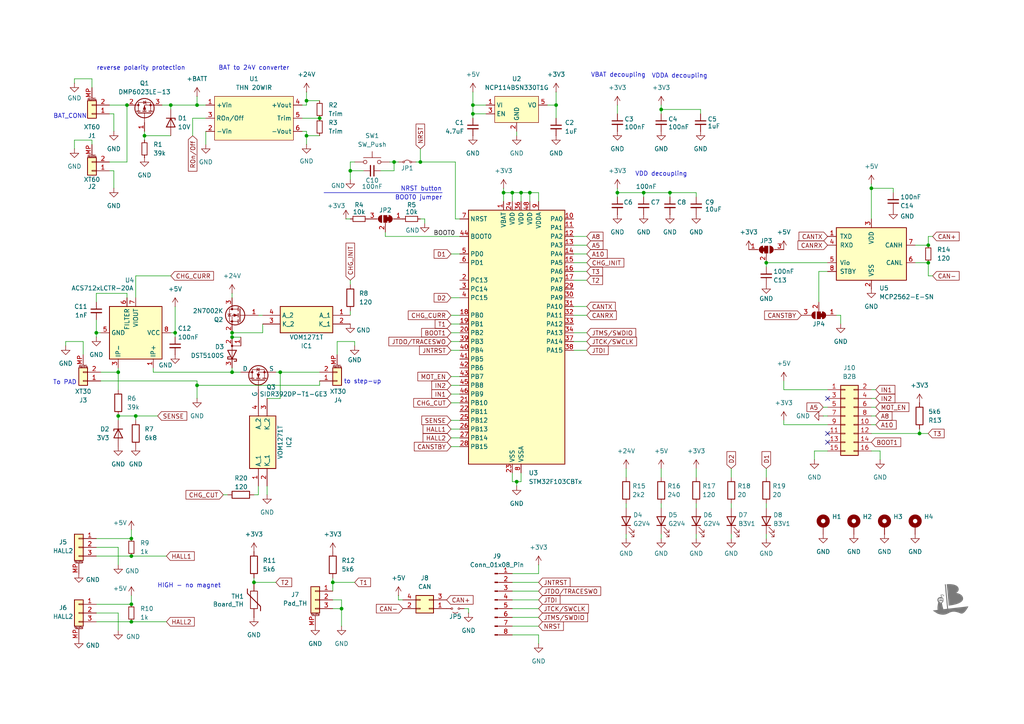
<source format=kicad_sch>
(kicad_sch (version 20231120) (generator "eeschema") (generator_version "8.0")
  (paper "A4")
  (title_block (title "Charging controller for FIRO 2.1 rover - main board") (date "2024-08-09") (rev "A") (comment 1 "pwm.urbanski@gmail.com") (comment 2 "Drawn by: Paul Urbanski"))
  (junction (at 101.6 49.53))
  (junction (at 57.15 30.48))
  (junction (at 88.9 29.21))
  (junction (at 92.71 34.29))
  (junction (at 186.69 55.88))
  (junction (at 39.37 120.65))
  (junction (at 266.7 125.73))
  (junction (at 121.92 46.99))
  (junction (at 194.31 55.88))
  (junction (at 269.24 76.2))
  (junction (at 96.52 168.91))
  (junction (at 49.53 30.48))
  (junction (at 161.29 30.48))
  (junction (at 57.15 111.76))
  (junction (at 38.1 175.26))
  (junction (at 148.59 55.88))
  (junction (at 137.16 33.02))
  (junction (at 137.16 30.48))
  (junction (at 191.77 31.75))
  (junction (at 34.29 107.95))
  (junction (at 222.25 76.2))
  (junction (at 36.83 30.48))
  (junction (at 114.3 46.99))
  (junction (at 149.86 139.7))
  (junction (at 151.13 55.88))
  (junction (at 41.91 39.37))
  (junction (at 153.67 55.88))
  (junction (at 67.31 97.79))
  (junction (at 88.9 39.37))
  (junction (at 269.24 71.12))
  (junction (at 38.1 156.21))
  (junction (at 81.28 107.95))
  (junction (at 99.06 176.53))
  (junction (at 252.73 54.61))
  (junction (at 179.07 55.88))
  (junction (at 73.66 168.91))
  (junction (at 38.1 161.29))
  (junction (at 67.31 107.95))
  (junction (at 27.94 96.52))
  (junction (at 67.31 96.52))
  (junction (at 38.1 180.34))
  (junction (at 34.29 120.65))
  (junction (at 146.05 55.88))
  (junction (at 50.8 96.52))
  (no_connect (at 240.03 115.57))
  (no_connect (at 240.03 125.73))
  (no_connect (at 240.03 128.27))
  (wire (pts (xy 21.59 40.64) (xy 21.59 43.18)))
  (polyline (pts (xy 93.98 55.88) (xy 128.27 55.88)))
  (wire (pts (xy 36.83 46.99) (xy 36.83 30.48)))
  (wire (pts (xy 148.59 179.07) (xy 156.21 179.07)))
  (wire (pts (xy 38.1 161.29) (xy 48.26 161.29)))
  (wire (pts (xy 156.21 166.37) (xy 156.21 163.83)))
  (wire (pts (xy 88.9 29.21) (xy 92.71 29.21)))
  (wire (pts (xy 27.94 158.75) (xy 34.29 158.75)))
  (wire (pts (xy 222.25 135.89) (xy 222.25 138.43)))
  (wire (pts (xy 29.21 96.52) (xy 27.94 96.52)))
  (wire (pts (xy 242.57 91.44) (xy 243.84 91.44)))
  (wire (pts (xy 59.69 41.91) (xy 59.69 38.1)))
  (wire (pts (xy 50.8 97.79) (xy 50.8 96.52)))
  (wire (pts (xy 44.45 107.95) (xy 67.31 107.95)))
  (wire (pts (xy 27.94 177.8) (xy 34.29 177.8)))
  (wire (pts (xy 50.8 88.9) (xy 50.8 96.52)))
  (wire (pts (xy 191.77 135.89) (xy 191.77 138.43)))
  (wire (pts (xy 254 118.11) (xy 252.73 118.11)))
  (wire (pts (xy 158.75 30.48) (xy 161.29 30.48)))
  (wire (pts (xy 151.13 55.88) (xy 148.59 55.88)))
  (wire (pts (xy 146.05 58.42) (xy 146.05 55.88)))
  (wire (pts (xy 111.76 68.58) (xy 133.35 68.58)))
  (wire (pts (xy 130.81 101.6) (xy 133.35 101.6)))
  (wire (pts (xy 149.86 139.7) (xy 149.86 140.97)))
  (wire (pts (xy 76.2 93.98) (xy 76.2 96.52)))
  (wire (pts (xy 148.59 181.61) (xy 156.21 181.61)))
  (wire (pts (xy 166.37 101.6) (xy 170.18 101.6)))
  (wire (pts (xy 252.73 125.73) (xy 266.7 125.73)))
  (wire (pts (xy 77.47 140.97) (xy 77.47 143.51)))
  (wire (pts (xy 74.93 140.97) (xy 74.93 143.51)))
  (wire (pts (xy 148.59 137.16) (xy 148.59 139.7)))
  (wire (pts (xy 259.08 54.61) (xy 252.73 54.61)))
  (wire (pts (xy 39.37 80.01) (xy 39.37 86.36)))
  (wire (pts (xy 38.1 153.67) (xy 38.1 156.21)))
  (wire (pts (xy 170.18 78.74) (xy 166.37 78.74)))
  (wire (pts (xy 137.16 26.67) (xy 137.16 30.48)))
  (wire (pts (xy 222.25 146.05) (xy 222.25 147.32)))
  (wire (pts (xy 130.81 73.66) (xy 133.35 73.66)))
  (wire (pts (xy 179.07 55.88) (xy 179.07 57.15)))
  (wire (pts (xy 77.47 115.57) (xy 81.28 115.57)))
  (wire (pts (xy 73.66 143.51) (xy 74.93 143.51)))
  (wire (pts (xy 148.59 139.7) (xy 149.86 139.7)))
  (wire (pts (xy 81.28 115.57) (xy 81.28 107.95)))
  (wire (pts (xy 49.53 80.01) (xy 39.37 80.01)))
  (wire (pts (xy 34.29 158.75) (xy 34.29 163.83)))
  (wire (pts (xy 254 115.57) (xy 252.73 115.57)))
  (wire (pts (xy 153.67 55.88) (xy 153.67 58.42)))
  (wire (pts (xy 269.24 80.01) (xy 269.24 76.2)))
  (wire (pts (xy 87.63 34.29) (xy 92.71 34.29)))
  (wire (pts (xy 148.59 166.37) (xy 156.21 166.37)))
  (wire (pts (xy 161.29 26.67) (xy 161.29 30.48)))
  (wire (pts (xy 31.75 30.48) (xy 36.83 30.48)))
  (wire (pts (xy 111.76 67.31) (xy 111.76 68.58)))
  (wire (pts (xy 137.16 30.48) (xy 140.97 30.48)))
  (wire (pts (xy 156.21 55.88) (xy 153.67 55.88)))
  (wire (pts (xy 31.75 33.02) (xy 33.02 33.02)))
  (wire (pts (xy 153.67 55.88) (xy 151.13 55.88)))
  (wire (pts (xy 254 120.65) (xy 252.73 120.65)))
  (wire (pts (xy 49.53 31.75) (xy 49.53 30.48)))
  (wire (pts (xy 130.81 109.22) (xy 133.35 109.22)))
  (wire (pts (xy 191.77 31.75) (xy 203.2 31.75)))
  (wire (pts (xy 101.6 46.99) (xy 101.6 49.53)))
  (wire (pts (xy 181.61 154.94) (xy 181.61 156.21)))
  (wire (pts (xy 130.81 111.76) (xy 133.35 111.76)))
  (wire (pts (xy 140.97 33.02) (xy 137.16 33.02)))
  (wire (pts (xy 97.79 99.06) (xy 97.79 102.87)))
  (wire (pts (xy 33.02 54.61) (xy 33.02 49.53)))
  (wire (pts (xy 170.18 68.58) (xy 166.37 68.58)))
  (wire (pts (xy 130.81 96.52) (xy 133.35 96.52)))
  (wire (pts (xy 130.81 127) (xy 133.35 127)))
  (wire (pts (xy 88.9 29.21) (xy 88.9 30.48)))
  (wire (pts (xy 39.37 120.65) (xy 39.37 121.92)))
  (wire (pts (xy 27.94 85.09) (xy 36.83 85.09)))
  (wire (pts (xy 181.61 135.89) (xy 181.61 138.43)))
  (wire (pts (xy 130.81 86.36) (xy 133.35 86.36)))
  (wire (pts (xy 237.49 78.74) (xy 237.49 87.63)))
  (wire (pts (xy 64.77 143.51) (xy 66.04 143.51)))
  (wire (pts (xy 252.73 54.61) (xy 252.73 63.5)))
  (wire (pts (xy 114.3 49.53) (xy 110.49 49.53)))
  (wire (pts (xy 227.33 110.49) (xy 227.33 113.03)))
  (wire (pts (xy 151.13 55.88) (xy 151.13 58.42)))
  (wire (pts (xy 194.31 57.15) (xy 194.31 55.88)))
  (wire (pts (xy 26.67 40.64) (xy 26.67 41.91)))
  (wire (pts (xy 31.75 46.99) (xy 36.83 46.99)))
  (wire (pts (xy 130.81 114.3) (xy 133.35 114.3)))
  (wire (pts (xy 265.43 71.12) (xy 269.24 71.12)))
  (wire (pts (xy 238.76 118.11) (xy 240.03 118.11)))
  (wire (pts (xy 59.69 34.29) (xy 55.88 34.29)))
  (wire (pts (xy 227.33 123.19) (xy 240.03 123.19)))
  (wire (pts (xy 38.1 172.72) (xy 38.1 175.26)))
  (wire (pts (xy 96.52 173.99) (xy 99.06 173.99)))
  (wire (pts (xy 44.45 107.95) (xy 44.45 106.68)))
  (wire (pts (xy 99.06 176.53) (xy 99.06 181.61)))
  (wire (pts (xy 146.05 54.61) (xy 146.05 55.88)))
  (wire (pts (xy 99.06 173.99) (xy 99.06 176.53)))
  (wire (pts (xy 115.57 173.99) (xy 116.84 173.99)))
  (wire (pts (xy 38.1 180.34) (xy 48.26 180.34)))
  (wire (pts (xy 21.59 22.86) (xy 26.67 22.86)))
  (wire (pts (xy 201.93 154.94) (xy 201.93 156.21)))
  (wire (pts (xy 254 123.19) (xy 252.73 123.19)))
  (wire (pts (xy 227.33 121.92) (xy 227.33 123.19)))
  (wire (pts (xy 148.59 168.91) (xy 156.21 168.91)))
  (wire (pts (xy 137.16 33.02) (xy 137.16 34.29)))
  (wire (pts (xy 266.7 125.73) (xy 269.24 125.73)))
  (wire (pts (xy 170.18 99.06) (xy 166.37 99.06)))
  (wire (pts (xy 88.9 39.37) (xy 88.9 38.1)))
  (wire (pts (xy 57.15 30.48) (xy 59.69 30.48)))
  (wire (pts (xy 21.59 22.86) (xy 21.59 24.13)))
  (wire (pts (xy 34.29 106.68) (xy 34.29 107.95)))
  (wire (pts (xy 26.67 22.86) (xy 26.67 25.4)))
  (wire (pts (xy 101.6 49.53) (xy 101.6 52.07)))
  (wire (pts (xy 19.05 99.06) (xy 19.05 100.33)))
  (wire (pts (xy 132.08 46.99) (xy 132.08 63.5)))
  (wire (pts (xy 269.24 80.01) (xy 270.51 80.01)))
  (wire (pts (xy 170.18 76.2) (xy 166.37 76.2)))
  (wire (pts (xy 27.94 96.52) (xy 27.94 97.79)))
  (wire (pts (xy 135.89 176.53) (xy 135.89 177.8)))
  (wire (pts (xy 80.01 107.95) (xy 81.28 107.95)))
  (wire (pts (xy 266.7 124.46) (xy 266.7 125.73)))
  (wire (pts (xy 96.52 167.64) (xy 96.52 168.91)))
  (wire (pts (xy 252.73 53.34) (xy 252.73 54.61)))
  (wire (pts (xy 148.59 176.53) (xy 156.21 176.53)))
  (wire (pts (xy 265.43 76.2) (xy 269.24 76.2)))
  (wire (pts (xy 88.9 29.21) (xy 88.9 26.67)))
  (wire (pts (xy 134.62 176.53) (xy 135.89 176.53)))
  (wire (pts (xy 201.93 146.05) (xy 201.93 147.32)))
  (wire (pts (xy 137.16 33.02) (xy 137.16 30.48)))
  (wire (pts (xy 212.09 154.94) (xy 212.09 156.21)))
  (wire (pts (xy 114.3 46.99) (xy 115.57 46.99)))
  (wire (pts (xy 130.81 99.06) (xy 133.35 99.06)))
  (wire (pts (xy 38.1 175.26) (xy 27.94 175.26)))
  (wire (pts (xy 39.37 120.65) (xy 45.72 120.65)))
  (wire (pts (xy 73.66 168.91) (xy 80.01 168.91)))
  (wire (pts (xy 132.08 46.99) (xy 121.92 46.99)))
  (wire (pts (xy 222.25 154.94) (xy 222.25 156.21)))
  (wire (pts (xy 24.13 99.06) (xy 24.13 102.87)))
  (wire (pts (xy 161.29 30.48) (xy 161.29 34.29)))
  (wire (pts (xy 96.52 168.91) (xy 96.52 171.45)))
  (wire (pts (xy 49.53 30.48) (xy 57.15 30.48)))
  (wire (pts (xy 170.18 71.12) (xy 166.37 71.12)))
  (wire (pts (xy 101.6 90.17) (xy 101.6 91.44)))
  (wire (pts (xy 130.81 91.44) (xy 133.35 91.44)))
  (wire (pts (xy 41.91 38.1) (xy 41.91 39.37)))
  (wire (pts (xy 130.81 116.84) (xy 133.35 116.84)))
  (wire (pts (xy 212.09 146.05) (xy 212.09 147.32)))
  (wire (pts (xy 88.9 41.91) (xy 88.9 39.37)))
  (wire (pts (xy 49.53 96.52) (xy 50.8 96.52)))
  (wire (pts (xy 97.79 99.06) (xy 102.87 99.06)))
  (wire (pts (xy 201.93 57.15) (xy 201.93 55.88)))
  (wire (pts (xy 29.21 110.49) (xy 57.15 110.49)))
  (wire (pts (xy 96.52 168.91) (xy 102.87 168.91)))
  (wire (pts (xy 181.61 146.05) (xy 181.61 147.32)))
  (wire (pts (xy 269.24 68.58) (xy 270.51 68.58)))
  (wire (pts (xy 151.13 139.7) (xy 149.86 139.7)))
  (wire (pts (xy 222.25 76.2) (xy 240.03 76.2)))
  (wire (pts (xy 76.2 96.52) (xy 67.31 96.52)))
  (wire (pts (xy 212.09 135.89) (xy 212.09 138.43)))
  (wire (pts (xy 81.28 107.95) (xy 92.71 107.95)))
  (wire (pts (xy 179.07 55.88) (xy 186.69 55.88)))
  (wire (pts (xy 148.59 55.88) (xy 148.59 58.42)))
  (wire (pts (xy 255.27 130.81) (xy 252.73 130.81)))
  (wire (pts (xy 148.59 184.15) (xy 156.21 184.15)))
  (wire (pts (xy 130.81 129.54) (xy 133.35 129.54)))
  (wire (pts (xy 88.9 30.48) (xy 87.63 30.48)))
  (wire (pts (xy 151.13 137.16) (xy 151.13 139.7)))
  (wire (pts (xy 269.24 68.58) (xy 269.24 71.12)))
  (wire (pts (xy 201.93 135.89) (xy 201.93 138.43)))
  (wire (pts (xy 259.08 54.61) (xy 259.08 55.88)))
  (wire (pts (xy 114.3 49.53) (xy 114.3 46.99)))
  (wire (pts (xy 191.77 154.94) (xy 191.77 156.21)))
  (wire (pts (xy 170.18 96.52) (xy 166.37 96.52)))
  (wire (pts (xy 191.77 146.05) (xy 191.77 147.32)))
  (wire (pts (xy 96.52 176.53) (xy 99.06 176.53)))
  (wire (pts (xy 100.33 63.5) (xy 101.6 63.5)))
  (wire (pts (xy 236.22 133.35) (xy 236.22 130.81)))
  (wire (pts (xy 74.93 91.44) (xy 76.2 91.44)))
  (wire (pts (xy 55.88 34.29) (xy 55.88 39.37)))
  (wire (pts (xy 156.21 58.42) (xy 156.21 55.88)))
  (wire (pts (xy 240.03 78.74) (xy 237.49 78.74)))
  (wire (pts (xy 26.67 40.64) (xy 21.59 40.64)))
  (wire (pts (xy 34.29 107.95) (xy 34.29 113.03)))
  (wire (pts (xy 238.76 120.65) (xy 240.03 120.65)))
  (wire (pts (xy 227.33 113.03) (xy 240.03 113.03)))
  (wire (pts (xy 236.22 130.81) (xy 240.03 130.81)))
  (wire (pts (xy 120.65 46.99) (xy 121.92 46.99)))
  (wire (pts (xy 34.29 120.65) (xy 39.37 120.65)))
  (wire (pts (xy 101.6 49.53) (xy 105.41 49.53)))
  (wire (pts (xy 186.69 55.88) (xy 186.69 57.15)))
  (wire (pts (xy 41.91 39.37) (xy 49.53 39.37)))
  (wire (pts (xy 170.18 91.44) (xy 166.37 91.44)))
  (wire (pts (xy 123.19 63.5) (xy 121.92 63.5)))
  (wire (pts (xy 156.21 184.15) (xy 156.21 186.69)))
  (wire (pts (xy 203.2 33.02) (xy 203.2 31.75)))
  (wire (pts (xy 73.66 167.64) (xy 73.66 168.91)))
  (wire (pts (xy 170.18 88.9) (xy 166.37 88.9)))
  (wire (pts (xy 148.59 173.99) (xy 156.21 173.99)))
  (wire (pts (xy 115.57 172.72) (xy 115.57 173.99)))
  (wire (pts (xy 186.69 55.88) (xy 194.31 55.88)))
  (wire (pts (xy 222.25 77.47) (xy 222.25 76.2)))
  (wire (pts (xy 46.99 30.48) (xy 49.53 30.48)))
  (wire (pts (xy 170.18 81.28) (xy 166.37 81.28)))
  (wire (pts (xy 27.94 180.34) (xy 38.1 180.34)))
  (wire (pts (xy 191.77 30.48) (xy 191.77 31.75)))
  (wire (pts (xy 19.05 99.06) (xy 24.13 99.06)))
  (wire (pts (xy 57.15 111.76) (xy 57.15 110.49)))
  (wire (pts (xy 57.15 111.76) (xy 92.71 111.76)))
  (wire (pts (xy 31.75 49.53) (xy 33.02 49.53)))
  (wire (pts (xy 130.81 121.92) (xy 133.35 121.92)))
  (wire (pts (xy 148.59 171.45) (xy 156.21 171.45)))
  (wire (pts (xy 27.94 161.29) (xy 38.1 161.29)))
  (wire (pts (xy 254 113.03) (xy 252.73 113.03)))
  (wire (pts (xy 57.15 111.76) (xy 57.15 115.57)))
  (wire (pts (xy 67.31 85.09) (xy 67.31 86.36)))
  (wire (pts (xy 102.87 99.06) (xy 102.87 100.33)))
  (wire (pts (xy 34.29 121.92) (xy 34.29 120.65)))
  (wire (pts (xy 130.81 93.98) (xy 133.35 93.98)))
  (wire (pts (xy 34.29 177.8) (xy 34.29 182.88)))
  (wire (pts (xy 92.71 111.76) (xy 92.71 110.49)))
  (wire (pts (xy 243.84 91.44) (xy 243.84 93.98)))
  (wire (pts (xy 170.18 73.66) (xy 166.37 73.66)))
  (wire (pts (xy 57.15 27.94) (xy 57.15 30.48)))
  (wire (pts (xy 201.93 55.88) (xy 194.31 55.88)))
  (wire (pts (xy 149.86 38.1) (xy 149.86 39.37)))
  (wire (pts (xy 123.19 63.5) (xy 123.19 64.77)))
  (wire (pts (xy 27.94 92.71) (xy 27.94 96.52)))
  (wire (pts (xy 29.21 107.95) (xy 34.29 107.95)))
  (wire (pts (xy 113.03 46.99) (xy 114.3 46.99)))
  (wire (pts (xy 67.31 106.68) (xy 67.31 107.95)))
  (wire (pts (xy 27.94 87.63) (xy 27.94 85.09)))
  (wire (pts (xy 88.9 38.1) (xy 87.63 38.1)))
  (wire (pts (xy 67.31 96.52) (xy 67.31 97.79)))
  (wire (pts (xy 67.31 97.79) (xy 69.85 97.79)))
  (wire (pts (xy 88.9 39.37) (xy 92.71 39.37)))
  (wire (pts (xy 130.81 124.46) (xy 133.35 124.46)))
  (wire (pts (xy 255.27 133.35) (xy 255.27 130.81)))
  (wire (pts (xy 101.6 81.28) (xy 101.6 82.55)))
  (wire (pts (xy 179.07 30.48) (xy 179.07 33.02)))
  (wire (pts (xy 179.07 54.61) (xy 179.07 55.88)))
  (wire (pts (xy 41.91 39.37) (xy 41.91 40.64)))
  (wire (pts (xy 36.83 85.09) (xy 36.83 86.36)))
  (wire (pts (xy 102.87 46.99) (xy 101.6 46.99)))
  (wire (pts (xy 38.1 156.21) (xy 27.94 156.21)))
  (wire (pts (xy 121.92 43.18) (xy 121.92 46.99)))
  (wire (pts (xy 146.05 55.88) (xy 148.59 55.88)))
  (wire (pts (xy 33.02 33.02) (xy 33.02 38.1)))
  (wire (pts (xy 191.77 31.75) (xy 191.77 33.02)))
  (wire (pts (xy 132.08 63.5) (xy 133.35 63.5)))
  (wire (pts (xy 67.31 107.95) (xy 69.85 107.95)))
  (image (at 275.59 173.99) (scale 0.102185))
  (text "BAT to 24V converter" (at 73.66 19.812 0) (effects (font (size 1.27 1.27))))
  (text "VDD decoupling\n" (at 191.77 50.546 0) (effects (font (size 1.27 1.27))))
  (text "BOOT0 jumper" (at 121.412 57.404 0) (effects (font (size 1.27 1.27))))
  (text "HIGH - no magnet\n" (at 54.864 169.926 0) (effects (font (size 1.27 1.27))))
  (text "VDDA decoupling" (at 197.104 22.098 0) (effects (font (size 1.27 1.27))))
  (text "VBAT decoupling" (at 179.324 21.844 0) (effects (font (size 1.27 1.27))))
  (text "To PAD\n" (at 18.796 110.998 0) (effects (font (size 1.27 1.27))))
  (text "reverse polarity protection\n" (at 40.894 19.812 0) (effects (font (size 1.27 1.27))))
  (text "NRST button" (at 122.174 54.864 0) (effects (font (size 1.27 1.27))))
  (text "BAT_CONN" (at 20.32 33.782 0) (effects (font (size 1.27 1.27))))
  (text "to step-up" (at 105.156 110.744 0) (effects (font (size 1.27 1.27))))
  (label "BOOT0" (at 125.73 68.58 0))
  (global_label "CHG_CUT" (shape input) (at 64.77 143.51 180) (property "Intersheetrefs" "${INTERSHEET_REFS}" (effects (hide yes))))
  (global_label "CANRX" (shape input) (at 170.18 91.44 0) (property "Intersheetrefs" "${INTERSHEET_REFS}" (effects (hide yes))))
  (global_label "JTMS{slash}SWDIO" (shape input) (at 156.21 179.07 0) (property "Intersheetrefs" "${INTERSHEET_REFS}" (effects (hide yes))))
  (global_label "CANSTBY" (shape input) (at 130.81 129.54 180) (property "Intersheetrefs" "${INTERSHEET_REFS}" (effects (hide yes))))
  (global_label "CAN-" (shape input) (at 270.51 80.01 0) (property "Intersheetrefs" "${INTERSHEET_REFS}" (effects (hide yes))))
  (global_label "CANTX" (shape input) (at 240.03 68.58 180) (property "Intersheetrefs" "${INTERSHEET_REFS}" (effects (hide yes))))
  (global_label "ROn{slash}Off" (shape input) (at 55.88 39.37 270) (property "Intersheetrefs" "${INTERSHEET_REFS}" (effects (hide yes))))
  (global_label "T3" (shape input) (at 269.24 125.73 0) (property "Intersheetrefs" "${INTERSHEET_REFS}" (effects (hide yes))))
  (global_label "CHG_CURR" (shape input) (at 49.53 80.01 0) (property "Intersheetrefs" "${INTERSHEET_REFS}" (effects (hide yes))))
  (global_label "IN1" (shape input) (at 254 113.03 0) (property "Intersheetrefs" "${INTERSHEET_REFS}" (effects (hide yes))))
  (global_label "A5" (shape input) (at 170.18 71.12 0) (property "Intersheetrefs" "${INTERSHEET_REFS}" (effects (hide yes))))
  (global_label "A5" (shape input) (at 238.76 118.11 180) (property "Intersheetrefs" "${INTERSHEET_REFS}" (effects (hide yes))))
  (global_label "A10" (shape input) (at 254 123.19 0) (property "Intersheetrefs" "${INTERSHEET_REFS}" (effects (hide yes))))
  (global_label "CHG_INIT" (shape input) (at 101.6 81.28 90) (property "Intersheetrefs" "${INTERSHEET_REFS}" (effects (hide yes))))
  (global_label "A10" (shape input) (at 170.18 73.66 0) (property "Intersheetrefs" "${INTERSHEET_REFS}" (effects (hide yes))))
  (global_label "D2" (shape input) (at 212.09 135.89 90) (property "Intersheetrefs" "${INTERSHEET_REFS}" (effects (hide yes))))
  (global_label "JTDI" (shape input) (at 170.18 101.6 0) (property "Intersheetrefs" "${INTERSHEET_REFS}" (effects (hide yes))))
  (global_label "HALL2" (shape input) (at 130.81 127 180) (property "Intersheetrefs" "${INTERSHEET_REFS}" (effects (hide yes))))
  (global_label "CAN-" (shape input) (at 116.84 176.53 180) (property "Intersheetrefs" "${INTERSHEET_REFS}" (effects (hide yes))))
  (global_label "BOOT1" (shape input) (at 130.81 96.52 180) (property "Intersheetrefs" "${INTERSHEET_REFS}" (effects (hide yes))))
  (global_label "JNTRST" (shape input) (at 130.81 101.6 180) (property "Intersheetrefs" "${INTERSHEET_REFS}" (effects (hide yes))))
  (global_label "CANSTBY" (shape input) (at 232.41 91.44 180) (property "Intersheetrefs" "${INTERSHEET_REFS}" (effects (hide yes))))
  (global_label "CHG_CURR" (shape input) (at 130.81 91.44 180) (property "Intersheetrefs" "${INTERSHEET_REFS}" (effects (hide yes))))
  (global_label "BOOT1" (shape input) (at 252.73 128.27 0) (property "Intersheetrefs" "${INTERSHEET_REFS}" (effects (hide yes))))
  (global_label "IN2" (shape input) (at 254 115.57 0) (property "Intersheetrefs" "${INTERSHEET_REFS}" (effects (hide yes))))
  (global_label "T3" (shape input) (at 170.18 78.74 0) (property "Intersheetrefs" "${INTERSHEET_REFS}" (effects (hide yes))))
  (global_label "A8" (shape input) (at 170.18 68.58 0) (property "Intersheetrefs" "${INTERSHEET_REFS}" (effects (hide yes))))
  (global_label "D1" (shape input) (at 130.81 73.66 180) (property "Intersheetrefs" "${INTERSHEET_REFS}" (effects (hide yes))))
  (global_label "JTCK{slash}SWCLK" (shape input) (at 170.18 99.06 0) (property "Intersheetrefs" "${INTERSHEET_REFS}" (effects (hide yes))))
  (global_label "CANRX" (shape input) (at 240.03 71.12 180) (property "Intersheetrefs" "${INTERSHEET_REFS}" (effects (hide yes))))
  (global_label "HALL1" (shape input) (at 130.81 124.46 180) (property "Intersheetrefs" "${INTERSHEET_REFS}" (effects (hide yes))))
  (global_label "NRST" (shape input) (at 156.21 181.61 0) (property "Intersheetrefs" "${INTERSHEET_REFS}" (effects (hide yes))))
  (global_label "T1" (shape input) (at 130.81 93.98 180) (property "Intersheetrefs" "${INTERSHEET_REFS}" (effects (hide yes))))
  (global_label "JTDO{slash}TRACESWO" (shape input) (at 156.21 171.45 0) (property "Intersheetrefs" "${INTERSHEET_REFS}" (effects (hide yes))))
  (global_label "JTDI" (shape input) (at 156.21 173.99 0) (property "Intersheetrefs" "${INTERSHEET_REFS}" (effects (hide yes))))
  (global_label "T1" (shape input) (at 102.87 168.91 0) (property "Intersheetrefs" "${INTERSHEET_REFS}" (effects (hide yes))))
  (global_label "MOT_EN" (shape input) (at 130.81 109.22 180) (property "Intersheetrefs" "${INTERSHEET_REFS}" (effects (hide yes))))
  (global_label "HALL1" (shape input) (at 48.26 161.29 0) (property "Intersheetrefs" "${INTERSHEET_REFS}" (effects (hide yes))))
  (global_label "CHG_INIT" (shape input) (at 170.18 76.2 0) (property "Intersheetrefs" "${INTERSHEET_REFS}" (effects (hide yes))))
  (global_label "T2" (shape input) (at 80.01 168.91 0) (property "Intersheetrefs" "${INTERSHEET_REFS}" (effects (hide yes))))
  (global_label "HALL2" (shape input) (at 48.26 180.34 0) (property "Intersheetrefs" "${INTERSHEET_REFS}" (effects (hide yes))))
  (global_label "JTDO{slash}TRACESWO" (shape input) (at 130.81 99.06 180) (property "Intersheetrefs" "${INTERSHEET_REFS}" (effects (hide yes))))
  (global_label "JTCK{slash}SWCLK" (shape input) (at 156.21 176.53 0) (property "Intersheetrefs" "${INTERSHEET_REFS}" (effects (hide yes))))
  (global_label "CAN+" (shape input) (at 270.51 68.58 0) (property "Intersheetrefs" "${INTERSHEET_REFS}" (effects (hide yes))))
  (global_label "MOT_EN" (shape input) (at 254 118.11 0) (property "Intersheetrefs" "${INTERSHEET_REFS}" (effects (hide yes))))
  (global_label "IN2" (shape input) (at 130.81 111.76 180) (property "Intersheetrefs" "${INTERSHEET_REFS}" (effects (hide yes))))
  (global_label "T2" (shape input) (at 170.18 81.28 0) (property "Intersheetrefs" "${INTERSHEET_REFS}" (effects (hide yes))))
  (global_label "CANTX" (shape input) (at 170.18 88.9 0) (property "Intersheetrefs" "${INTERSHEET_REFS}" (effects (hide yes))))
  (global_label "D2" (shape input) (at 130.81 86.36 180) (property "Intersheetrefs" "${INTERSHEET_REFS}" (effects (hide yes))))
  (global_label "JTMS{slash}SWDIO" (shape input) (at 170.18 96.52 0) (property "Intersheetrefs" "${INTERSHEET_REFS}" (effects (hide yes))))
  (global_label "CAN+" (shape input) (at 129.54 173.99 0) (property "Intersheetrefs" "${INTERSHEET_REFS}" (effects (hide yes))))
  (global_label "CHG_CUT" (shape input) (at 130.81 116.84 180) (property "Intersheetrefs" "${INTERSHEET_REFS}" (effects (hide yes))))
  (global_label "IN1" (shape input) (at 130.81 114.3 180) (property "Intersheetrefs" "${INTERSHEET_REFS}" (effects (hide yes))))
  (global_label "JNTRST" (shape input) (at 156.21 168.91 0) (property "Intersheetrefs" "${INTERSHEET_REFS}" (effects (hide yes))))
  (global_label "SENSE" (shape input) (at 45.72 120.65 0) (property "Intersheetrefs" "${INTERSHEET_REFS}" (effects (hide yes))))
  (global_label "A8" (shape input) (at 254 120.65 0) (property "Intersheetrefs" "${INTERSHEET_REFS}" (effects (hide yes))))
  (global_label "D1" (shape input) (at 222.25 135.89 90) (property "Intersheetrefs" "${INTERSHEET_REFS}" (effects (hide yes))))
  (global_label "SENSE" (shape input) (at 130.81 121.92 180) (property "Intersheetrefs" "${INTERSHEET_REFS}" (effects (hide yes))))
  (global_label "NRST" (shape input) (at 121.92 43.18 90) (property "Intersheetrefs" "${INTERSHEET_REFS}" (effects (hide yes))))
  (symbol (lib_id "Connector:Conn_01x08_Pin") (at 143.51 173.99 0) (unit 1)
    (property "Reference" "J9" (at 144.145 161.29 0))
    (property "Value" "Conn_01x08_Pin" (at 144.145 163.83 0))
    (property "Footprint" "Connector_PinHeader_2.54mm:PinHeader_2x04_P2.54mm_Vertical" (effects (hide yes)))
    (property "Description" "Generic connector, single row, 01x08, script generated" (effects (hide yes)))
  )
  (symbol (lib_id "Device:LED") (at 181.61 151.13 90) (unit 1)
    (property "Reference" "D4" (at 183.642 149.352 90) (effects (justify right)))
    (property "Value" "G2V4" (at 183.642 151.892 90) (effects (justify right)))
    (property "Footprint" "LED_SMD:LED_0805_2012Metric" (effects (hide yes)))
    (property "Description" "Light emitting diode" (effects (hide yes)))
  )
  (symbol (lib_id "Device:R_Small") (at 119.38 63.5 270) (unit 1)
    (property "Reference" "R5" (at 119.38 59.436 90))
    (property "Value" "10k" (at 119.38 61.468 90))
    (property "Footprint" "Resistor_SMD:R_0402_1005Metric" (effects (hide yes)))
    (property "Description" "Resistor, small symbol" (effects (hide yes)))
  )
  (symbol (lib_id "power:GND") (at 101.6 52.07 0) (unit 1)
    (property "Reference" "#PWR030" (effects (hide yes)))
    (property "Value" "GND" (at 98.044 53.848 0))
    (property "Description" "Power symbol creates a global label with name \"GND\" , ground" (effects (hide yes)))
  )
  (symbol (lib_id "power:GND") (at 33.02 54.61 0) (unit 1)
    (property "Reference" "#PWR08" (effects (hide yes)))
    (property "Value" "GND" (at 33.02 59.69 0))
    (property "Description" "Power symbol creates a global label with name \"GND\" , ground" (effects (hide yes)))
  )
  (symbol (lib_id "Device:R_Small") (at 38.1 177.8 0) (unit 1)
    (property "Reference" "R10" (at 40.64 176.5299 0) (effects (justify left)))
    (property "Value" "1k" (at 40.64 179.0699 0) (effects (justify left)))
    (property "Footprint" "Resistor_SMD:R_0402_1005Metric" (effects (hide yes)))
    (property "Description" "Resistor, small symbol" (effects (hide yes)))
  )
  (symbol (lib_id "Mechanical:MountingHole_Pad") (at 238.76 152.4 0) (unit 1) (exclude_from_sim yes) (in_bom no)
    (property "Reference" "H1" (at 241.3 149.8599 0) (effects (justify left)))
    (property "Value" "MountingHole_Pad" (effects (hide yes)))
    (property "Footprint" "MountingHole:MountingHole_3.2mm_M3_Pad_Via" (effects (hide yes)))
    (property "Description" "Mounting Hole with connection" (effects (hide yes)))
  )
  (symbol (lib_id "Jumper:Jumper_2_Small_Open") (at 132.08 176.53 0) (mirror x) (unit 1) (exclude_from_sim yes)
    (property "Reference" "JP5" (at 132.08 178.816 0))
    (property "Value" "Jumper_2_Small_Open" (effects (hide yes)))
    (property "Footprint" "Jumper:SolderJumper-2_P1.3mm_Open_RoundedPad1.0x1.5mm" (effects (hide yes)))
    (property "Description" "Jumper, 2-pole, small symbol, open" (effects (hide yes)))
  )
  (symbol (lib_id "Device:R") (at 222.25 142.24 0) (unit 1)
    (property "Reference" "R19" (at 224.028 140.97 0) (effects (justify left)))
    (property "Value" "20" (at 224.028 143.51 0) (effects (justify left)))
    (property "Footprint" "Resistor_SMD:R_0805_2012Metric" (effects (hide yes)))
    (property "Description" "Resistor" (effects (hide yes)))
  )
  (symbol (lib_id "power:GND") (at 243.84 93.98 0) (unit 1)
    (property "Reference" "#PWR071" (effects (hide yes)))
    (property "Value" "GND" (at 243.84 99.06 0))
    (property "Description" "Power symbol creates a global label with name \"GND\" , ground" (effects (hide yes)))
  )
  (symbol (lib_id "power:GND") (at 27.94 97.79 0) (unit 1)
    (property "Reference" "#PWR06" (effects (hide yes)))
    (property "Value" "GND" (at 27.94 102.87 0))
    (property "Description" "Power symbol creates a global label with name \"GND\" , ground" (effects (hide yes)))
  )
  (symbol (lib_id "Device:C_Small") (at 191.77 35.56 0) (unit 1)
    (property "Reference" "C4" (at 193.802 34.544 0) (effects (justify left)))
    (property "Value" "100nF" (at 193.802 36.83 0) (effects (justify left)))
    (property "Footprint" "Capacitor_SMD:C_0402_1005Metric" (effects (hide yes)))
    (property "Description" "Unpolarized capacitor, small symbol" (effects (hide yes)))
  )
  (symbol (lib_id "Device:C_Small") (at 137.16 36.83 0) (unit 1)
    (property "Reference" "C1" (at 134.62 35.5662 0) (effects (justify right)))
    (property "Value" "4.7uF" (at 134.62 38.1062 0) (effects (justify right)))
    (property "Footprint" "Capacitor_SMD:C_0805_2012Metric" (effects (hide yes)))
    (property "Description" "Unpolarized capacitor, small symbol" (effects (hide yes)))
  )
  (symbol (lib_id "power:+3V3") (at 191.77 30.48 0) (unit 1)
    (property "Reference" "#PWR052" (effects (hide yes)))
    (property "Value" "+3V3" (at 191.77 25.4 0))
    (property "Description" "Power symbol creates a global label with name \"+3V3\"" (effects (hide yes)))
  )
  (symbol (lib_id "power:GND") (at 236.22 133.35 0) (unit 1)
    (property "Reference" "#PWR068" (effects (hide yes)))
    (property "Value" "GND" (at 236.22 138.43 0))
    (property "Description" "Power symbol creates a global label with name \"GND\" , ground" (effects (hide yes)))
  )
  (symbol (lib_id "Device:C_Small") (at 194.31 59.69 0) (unit 1)
    (property "Reference" "C8" (at 196.342 58.674 0) (effects (justify left)))
    (property "Value" "100nF" (at 184.404 54.102 0) (effects (justify left)))
    (property "Footprint" "Capacitor_SMD:C_0402_1005Metric" (effects (hide yes)))
    (property "Description" "Unpolarized capacitor, small symbol" (effects (hide yes)))
  )
  (symbol (lib_id "power:GND") (at 57.15 115.57 0) (unit 1)
    (property "Reference" "#PWR025" (effects (hide yes)))
    (property "Value" "GND" (at 57.15 120.65 0))
    (property "Description" "Power symbol creates a global label with name \"GND\" , ground" (effects (hide yes)))
  )
  (symbol (lib_id "power:GND") (at 91.44 181.61 0) (unit 1)
    (property "Reference" "#PWR026" (effects (hide yes)))
    (property "Value" "GND" (at 91.44 186.69 0))
    (property "Description" "Power symbol creates a global label with name \"GND\" , ground" (effects (hide yes)))
  )
  (symbol (lib_id "power:+3V3") (at 227.33 121.92 0) (unit 1)
    (property "Reference" "#PWR067" (effects (hide yes)))
    (property "Value" "+3V3" (at 227.33 116.84 0))
    (property "Description" "Power symbol creates a global label with name \"+3V3\"" (effects (hide yes)))
  )
  (symbol (lib_id "power:GND") (at 161.29 39.37 0) (unit 1)
    (property "Reference" "#PWR044" (effects (hide yes)))
    (property "Value" "GND" (at 161.29 44.45 0))
    (property "Description" "Power symbol creates a global label with name \"GND\" , ground" (effects (hide yes)))
  )
  (symbol (lib_id "Device:C_Small") (at 179.07 35.56 0) (unit 1)
    (property "Reference" "C3" (at 181.102 34.544 0) (effects (justify left)))
    (property "Value" "100nF" (at 181.102 36.83 0) (effects (justify left)))
    (property "Footprint" "Capacitor_SMD:C_0402_1005Metric" (effects (hide yes)))
    (property "Description" "Unpolarized capacitor, small symbol" (effects (hide yes)))
  )
  (symbol (lib_id "power:GND") (at 238.76 120.65 270) (unit 1)
    (property "Reference" "#PWR069" (effects (hide yes)))
    (property "Value" "GND" (at 234.95 120.6499 90) (effects (justify right)))
    (property "Description" "Power symbol creates a global label with name \"GND\" , ground" (effects (hide yes)))
  )
  (symbol (lib_id "power:+3V3") (at 96.52 160.02 0) (unit 1)
    (property "Reference" "#PWR027" (effects (hide yes)))
    (property "Value" "+3V3" (at 96.52 154.94 0))
    (property "Description" "Power symbol creates a global label with name \"+3V3\"" (effects (hide yes)))
  )
  (symbol (lib_id "Device:R") (at 266.7 120.65 0) (mirror x) (unit 1)
    (property "Reference" "R13" (at 269.24 121.9201 0) (effects (justify left)))
    (property "Value" "5k6" (at 269.24 119.3801 0) (effects (justify left)))
    (property "Footprint" "Resistor_SMD:R_0402_1005Metric" (effects (hide yes)))
    (property "Description" "Resistor" (effects (hide yes)))
  )
  (symbol (lib_id "power:GND") (at 34.29 163.83 0) (unit 1)
    (property "Reference" "#PWR010" (effects (hide yes)))
    (property "Value" "GND" (at 38.354 165.608 0))
    (property "Description" "Power symbol creates a global label with name \"GND\" , ground" (effects (hide yes)))
  )
  (symbol (lib_id "power:+5V") (at 191.77 135.89 0) (unit 1)
    (property "Reference" "#PWR054" (effects (hide yes)))
    (property "Value" "+5V" (at 191.77 130.81 0))
    (property "Description" "Power symbol creates a global label with name \"+5V\"" (effects (hide yes)))
  )
  (symbol (lib_id "power:GND") (at 22.86 166.37 0) (unit 1)
    (property "Reference" "#PWR04" (effects (hide yes)))
    (property "Value" "GND" (at 26.924 168.148 0))
    (property "Description" "Power symbol creates a global label with name \"GND\" , ground" (effects (hide yes)))
  )
  (symbol (lib_id "power:+3V3") (at 161.29 26.67 0) (unit 1)
    (property "Reference" "#PWR043" (effects (hide yes)))
    (property "Value" "+3V3" (at 161.29 21.59 0))
    (property "Description" "Power symbol creates a global label with name \"+3V3\"" (effects (hide yes)))
  )
  (symbol (lib_id "power:GND") (at 256.54 154.94 0) (unit 1)
    (property "Reference" "#PWR076" (effects (hide yes)))
    (property "Value" "GND" (at 256.54 160.02 0))
    (property "Description" "Power symbol creates a global label with name \"GND\" , ground" (effects (hide yes)))
  )
  (symbol (lib_id "Device:R") (at 101.6 86.36 0) (unit 1)
    (property "Reference" "R8" (at 104.14 85.0899 0) (effects (justify left)))
    (property "Value" "120" (at 104.14 87.6299 0) (effects (justify left)))
    (property "Footprint" "Resistor_SMD:R_0805_2012Metric" (effects (hide yes)))
    (property "Description" "Resistor" (effects (hide yes)))
  )
  (symbol (lib_id "power:+3V3") (at 217.17 72.39 0) (unit 1)
    (property "Reference" "#PWR062" (effects (hide yes)))
    (property "Value" "+3V3" (at 217.17 67.31 0))
    (property "Description" "Power symbol creates a global label with name \"+3V3\"" (effects (hide yes)))
  )
  (symbol (lib_id "power:GND") (at 34.29 129.54 0) (unit 1)
    (property "Reference" "#PWR09" (effects (hide yes)))
    (property "Value" "GND" (at 34.29 134.62 0))
    (property "Description" "Power symbol creates a global label with name \"GND\" , ground" (effects (hide yes)))
  )
  (symbol (lib_id "power:+BATT") (at 57.15 27.94 0) (unit 1)
    (property "Reference" "#PWR018" (effects (hide yes)))
    (property "Value" "+BATT" (at 57.15 22.86 0))
    (property "Description" "Power symbol creates a global label with name \"+BATT\"" (effects (hide yes)))
  )
  (symbol (lib_id "Device:LED") (at 212.09 151.13 90) (unit 1)
    (property "Reference" "D7" (at 214.122 149.352 90) (effects (justify right)))
    (property "Value" "B3V1" (at 214.122 151.892 90) (effects (justify right)))
    (property "Footprint" "LED_SMD:LED_0805_2012Metric" (effects (hide yes)))
    (property "Description" "Light emitting diode" (effects (hide yes)))
  )
  (symbol (lib_id "power:+3V3") (at 179.07 54.61 0) (unit 1)
    (property "Reference" "#PWR047" (effects (hide yes)))
    (property "Value" "+3V3" (at 179.07 49.53 0))
    (property "Description" "Power symbol creates a global label with name \"+3V3\"" (effects (hide yes)))
  )
  (symbol (lib_id "power:+3V3") (at 146.05 54.61 0) (unit 1)
    (property "Reference" "#PWR038" (effects (hide yes)))
    (property "Value" "+3V3" (at 146.05 49.53 0))
    (property "Description" "Power symbol creates a global label with name \"+3V3\"" (effects (hide yes)))
  )
  (symbol (lib_id "VOM1271T:VOM1271T") (at 74.93 140.97 90) (unit 1)
    (property "Reference" "IC2" (at 83.82 128.27 0))
    (property "Value" "VOM1271T" (at 81.28 128.27 0))
    (property "Footprint" "firo_footprints:SOP254P675X240-4N" (effects (hide yes)))
    (property "Description" "VISHAY - VOM1271T - DRIVER, MOSFET, HIGH SIDE, SOP-4" (effects (hide yes)))
    (property "Height" "2.4" (effects (hide yes)))
    (property "Manufacturer_Name" "Vishay" (effects (hide yes)))
    (property "Manufacturer_Part_Number" "VOM1271T" (effects (hide yes)))
  )
  (symbol (lib_id "power:GND") (at 102.87 100.33 0) (mirror y) (unit 1)
    (property "Reference" "#PWR032" (effects (hide yes)))
    (property "Value" "GND" (at 102.87 104.394 0))
    (property "Description" "Power symbol creates a global label with name \"GND\" , ground" (effects (hide yes)))
  )
  (symbol (lib_id "power:GND") (at 88.9 41.91 0) (unit 1)
    (property "Reference" "#PWR024" (effects (hide yes)))
    (property "Value" "GND" (at 88.9 46.736 0))
    (property "Description" "Power symbol creates a global label with name \"GND\" , ground" (effects (hide yes)))
  )
  (symbol (lib_id "power:GND") (at 222.25 156.21 0) (unit 1)
    (property "Reference" "#PWR064" (effects (hide yes)))
    (property "Value" "GND" (at 222.25 160.528 0))
    (property "Description" "Power symbol creates a global label with name \"GND\" , ground" (effects (hide yes)))
  )
  (symbol (lib_id "Device:R") (at 191.77 142.24 0) (unit 1)
    (property "Reference" "R16" (at 193.548 140.97 0) (effects (justify left)))
    (property "Value" "240" (at 193.548 143.51 0) (effects (justify left)))
    (property "Footprint" "Resistor_SMD:R_0805_2012Metric" (effects (hide yes)))
    (property "Description" "Resistor" (effects (hide yes)))
  )
  (symbol (lib_id "VOM1271T:VOM1271T") (at 101.6 91.44 0) (mirror y) (unit 1)
    (property "Reference" "IC1" (at 88.9 100.33 0))
    (property "Value" "VOM1271T" (at 88.9 97.79 0))
    (property "Footprint" "firo_footprints:SOP254P675X240-4N" (effects (hide yes)))
    (property "Description" "VISHAY - VOM1271T - DRIVER, MOSFET, HIGH SIDE, SOP-4" (effects (hide yes)))
    (property "Height" "2.4" (effects (hide yes)))
    (property "Manufacturer_Name" "Vishay" (effects (hide yes)))
    (property "Manufacturer_Part_Number" "VOM1271T" (effects (hide yes)))
  )
  (symbol (lib_id "Device:C_Small") (at 259.08 58.42 180) (unit 1)
    (property "Reference" "C14" (at 261.112 59.69 0) (effects (justify right)))
    (property "Value" "100nF" (at 261.112 57.15 0) (effects (justify right)))
    (property "Footprint" "Capacitor_SMD:C_0402_1005Metric" (effects (hide yes)))
    (property "Description" "Unpolarized capacitor, small symbol" (effects (hide yes)))
  )
  (symbol (lib_id "power:GND") (at 179.07 38.1 0) (unit 1)
    (property "Reference" "#PWR046" (effects (hide yes)))
    (property "Value" "GND" (at 179.07 43.18 0))
    (property "Description" "Power symbol creates a global label with name \"GND\" , ground" (effects (hide yes)))
  )
  (symbol (lib_id "power:+5V") (at 115.57 172.72 0) (unit 1)
    (property "Reference" "#PWR033" (effects (hide yes)))
    (property "Value" "+5V" (at 115.57 167.64 0))
    (property "Description" "Power symbol creates a global label with name \"+5V\"" (effects (hide yes)))
  )
  (symbol (lib_id "power:GND") (at 212.09 156.21 0) (unit 1)
    (property "Reference" "#PWR061" (effects (hide yes)))
    (property "Value" "GND" (at 212.09 160.528 0))
    (property "Description" "Power symbol creates a global label with name \"GND\" , ground" (effects (hide yes)))
  )
  (symbol (lib_id "Connector_Generic_MountingPin:Conn_01x03_MountingPin") (at 91.44 173.99 0) (mirror y) (unit 1)
    (property "Reference" "J7" (at 85.598 172.466 0))
    (property "Value" "Pad_TH" (at 85.598 175.006 0))
    (property "Footprint" "firo_footprints:TEConnectivity_RITS_Header_3P_V" (effects (hide yes)))
    (property "Description" "Generic connectable mounting pin connector, single row, 01x03, script generated (kicad-library-utils/schlib/autogen/connector/)" (effects (hide yes)))
  )
  (symbol (lib_id "Sensor_Current:ACS712xLCTR-20A") (at 39.37 96.52 270) (mirror x) (unit 1)
    (property "Reference" "U4" (at 37.592 81.28 90))
    (property "Value" "ACS712xLCTR-20A" (at 29.718 83.566 90))
    (property "Footprint" "Package_SO:SOIC-8_3.9x4.9mm_P1.27mm" (effects (hide yes)))
    (property "Datasheet" "http://www.allegromicro.com/~/media/Files/Datasheets/ACS712-Datasheet.ashx?la=en" (effects (hide yes)))
    (property "Description" "±20A Bidirectional Hall-Effect Current Sensor, +5.0V supply, 100mV/A, SOIC-8" (effects (hide yes)))
  )
  (symbol (lib_id "Jumper:SolderJumper_3_Bridged12") (at 111.76 63.5 0) (mirror y) (unit 1) (exclude_from_sim yes) (in_bom no)
    (property "Reference" "JP2" (at 111.76 60.96 0))
    (property "Value" "SolderJumper_3_Bridged12" (effects (hide yes)))
    (property "Footprint" "Jumper:SolderJumper-3_P1.3mm_Bridged12_RoundedPad1.0x1.5mm" (effects (hide yes)))
    (property "Description" "3-pole Solder Jumper, pins 1+2 closed/bridged" (effects (hide yes)))
  )
  (symbol (lib_id "Jumper:SolderJumper_3_Bridged12") (at 237.49 91.44 180) (unit 1) (exclude_from_sim yes) (in_bom no)
    (property "Reference" "JP4" (at 237.49 93.98 0))
    (property "Value" "SolderJumper_3_Bridged12" (effects (hide yes)))
    (property "Footprint" "Jumper:SolderJumper-3_P1.3mm_Bridged12_RoundedPad1.0x1.5mm" (effects (hide yes)))
    (property "Description" "3-pole Solder Jumper, pins 1+2 closed/bridged" (effects (hide yes)))
  )
  (symbol (lib_id "power:GND") (at 222.25 82.55 0) (unit 1)
    (property "Reference" "#PWR063" (effects (hide yes)))
    (property "Value" "GND" (at 222.25 86.614 0))
    (property "Description" "Power symbol creates a global label with name \"GND\" , ground" (effects (hide yes)))
  )
  (symbol (lib_id "Device:R") (at 39.37 125.73 0) (unit 1)
    (property "Reference" "R7" (at 41.91 124.4599 0) (effects (justify left)))
    (property "Value" "6k8" (at 41.91 126.9999 0) (effects (justify left)))
    (property "Footprint" "Resistor_SMD:R_0402_1005Metric" (effects (hide yes)))
    (property "Description" "Resistor" (effects (hide yes)))
  )
  (symbol (lib_id "Device:C_Small") (at 27.94 90.17 0) (unit 1)
    (property "Reference" "C11" (at 25.4 88.9062 0) (effects (justify right)))
    (property "Value" "1nF" (at 25.4 91.4462 0) (effects (justify right)))
    (property "Footprint" "Capacitor_SMD:C_0805_2012Metric" (effects (hide yes)))
    (property "Description" "Unpolarized capacitor, small symbol" (effects (hide yes)))
  )
  (symbol (lib_id "power:GND") (at 201.93 62.23 0) (unit 1)
    (property "Reference" "#PWR057" (effects (hide yes)))
    (property "Value" "GND" (at 201.93 67.31 0))
    (property "Description" "Power symbol creates a global label with name \"GND\" , ground" (effects (hide yes)))
  )
  (symbol (lib_id "Device:R_Small") (at 104.14 63.5 270) (unit 1)
    (property "Reference" "R4" (at 104.14 59.436 90))
    (property "Value" "10k" (at 104.14 61.468 90))
    (property "Footprint" "Resistor_SMD:R_0402_1005Metric" (effects (hide yes)))
    (property "Description" "Resistor, small symbol" (effects (hide yes)))
  )
  (symbol (lib_id "MCU_ST_STM32F1:STM32F103CBTx") (at 148.59 99.06 0) (unit 1)
    (property "Reference" "U3" (at 153.3241 137.16 0) (effects (justify left)))
    (property "Value" "STM32F103CBTx" (at 153.3241 139.7 0) (effects (justify left)))
    (property "Footprint" "Package_QFP:LQFP-48_7x7mm_P0.5mm" (effects (hide yes)))
    (property "Datasheet" "https://www.st.com/resource/en/datasheet/stm32f103cb.pdf" (effects (hide yes)))
    (property "Description" "STMicroelectronics Arm Cortex-M3 MCU, 128KB flash, 20KB RAM, 72 MHz, 2.0-3.6V, 37 GPIO, LQFP48" (effects (hide yes)))
  )
  (symbol (lib_id "power:+3V3") (at 266.7 116.84 0) (unit 1)
    (property "Reference" "#PWR079" (effects (hide yes)))
    (property "Value" "+3V3" (at 266.7 111.76 0))
    (property "Description" "Power symbol creates a global label with name \"+3V3\"" (effects (hide yes)))
  )
  (symbol (lib_id "power:+5V") (at 38.1 172.72 0) (unit 1)
    (property "Reference" "#PWR013" (effects (hide yes)))
    (property "Value" "+5V" (at 34.798 170.688 0))
    (property "Description" "Power symbol creates a global label with name \"+5V\"" (effects (hide yes)))
  )
  (symbol (lib_id "power:+5V") (at 227.33 110.49 0) (unit 1)
    (property "Reference" "#PWR066" (effects (hide yes)))
    (property "Value" "+5V" (at 227.33 105.41 0))
    (property "Description" "Power symbol creates a global label with name \"+5V\"" (effects (hide yes)))
  )
  (symbol (lib_id "Connector_Generic_MountingPin:Conn_01x03_MountingPin") (at 22.86 158.75 0) (mirror y) (unit 1)
    (property "Reference" "J5" (at 18.288 157.226 0))
    (property "Value" "HALL2" (at 18.288 159.766 0))
    (property "Footprint" "firo_footprints:TEConnectivity_RITS_Header_3P_V" (effects (hide yes)))
    (property "Description" "Generic connectable mounting pin connector, single row, 01x03, script generated (kicad-library-utils/schlib/autogen/connector/)" (effects (hide yes)))
  )
  (symbol (lib_id "power:GND") (at 181.61 156.21 0) (unit 1)
    (property "Reference" "#PWR050" (effects (hide yes)))
    (property "Value" "GND" (at 181.61 160.528 0))
    (property "Description" "Power symbol creates a global label with name \"GND\" , ground" (effects (hide yes)))
  )
  (symbol (lib_id "power:+5V") (at 227.33 72.39 0) (unit 1)
    (property "Reference" "#PWR065" (effects (hide yes)))
    (property "Value" "+5V" (at 227.33 67.31 0))
    (property "Description" "Power symbol creates a global label with name \"+5V\"" (effects (hide yes)))
  )
  (symbol (lib_id "power:GND") (at 33.02 38.1 0) (unit 1)
    (property "Reference" "#PWR07" (effects (hide yes)))
    (property "Value" "GND" (at 33.02 43.18 0))
    (property "Description" "Power symbol creates a global label with name \"GND\" , ground" (effects (hide yes)))
  )
  (symbol (lib_id "Mechanical:MountingHole_Pad") (at 256.54 152.4 0) (unit 1) (exclude_from_sim yes) (in_bom no)
    (property "Reference" "H3" (at 259.08 149.8599 0) (effects (justify left)))
    (property "Value" "MountingHole_Pad" (effects (hide yes)))
    (property "Footprint" "MountingHole:MountingHole_3.2mm_M3_Pad_Via" (effects (hide yes)))
    (property "Description" "Mounting Hole with connection" (effects (hide yes)))
  )
  (symbol (lib_id "power:GND") (at 259.08 60.96 0) (unit 1)
    (property "Reference" "#PWR077" (effects (hide yes)))
    (property "Value" "GND" (at 263.144 62.738 0))
    (property "Description" "Power symbol creates a global label with name \"GND\" , ground" (effects (hide yes)))
  )
  (symbol (lib_id "Device:LED") (at 222.25 151.13 90) (unit 1)
    (property "Reference" "D8" (at 224.282 149.352 90) (effects (justify right)))
    (property "Value" "B3V1" (at 224.282 151.892 90) (effects (justify right)))
    (property "Footprint" "LED_SMD:LED_0805_2012Metric" (effects (hide yes)))
    (property "Description" "Light emitting diode" (effects (hide yes)))
  )
  (symbol (lib_id "FIRO_collected:ONESMI NCP114BSN330T1G") (at 149.86 31.75 0) (unit 1)
    (property "Reference" "U2" (at 149.86 22.86 0))
    (property "Value" "NCP114BSN330T1G" (at 149.86 25.4 0))
    (property "Footprint" "Package_SO:TSOP-5_1.65x3.05mm_P0.95mm" (effects (hide yes)))
  )
  (symbol (lib_id "power:+5V") (at 38.1 153.67 0) (unit 1)
    (property "Reference" "#PWR012" (effects (hide yes)))
    (property "Value" "+5V" (at 34.798 151.638 0))
    (property "Description" "Power symbol creates a global label with name \"+5V\"" (effects (hide yes)))
  )
  (symbol (lib_id "Connector_Generic_MountingPin:Conn_01x02_MountingPin") (at 26.67 33.02 180) (unit 1)
    (property "Reference" "J1" (at 26.67 39.37 0))
    (property "Value" "XT60" (at 26.67 36.83 0))
    (property "Footprint" "firo_footprints:AMASS_XT60PW-F-MP" (effects (hide yes)))
    (property "Description" "Generic connectable mounting pin connector, single row, 01x02, script generated (kicad-library-utils/schlib/autogen/connector/)" (effects (hide yes)))
  )
  (symbol (lib_id "Device:C_Small") (at 107.95 49.53 270) (unit 1)
    (property "Reference" "C10" (at 107.95 52.324 90))
    (property "Value" "100nF" (at 107.95 54.102 90))
    (property "Footprint" "Capacitor_SMD:C_0402_1005Metric" (effects (hide yes)))
    (property "Description" "Unpolarized capacitor, small symbol" (effects (hide yes)))
  )
  (symbol (lib_id "Device:D_Schottky_AAK") (at 67.31 102.87 270) (mirror x) (unit 1)
    (property "Reference" "D3" (at 65.024 100.584 90) (effects (justify right)))
    (property "Value" "DST5100S" (at 65.024 103.124 90) (effects (justify right)))
    (property "Footprint" "Package_TO_SOT_SMD:TO-277B" (effects (hide yes)))
    (property "Description" "Schottky diode, anode on pins 1 and 2" (effects (hide yes)))
  )
  (symbol (lib_id "Device:R_Small") (at 38.1 158.75 0) (unit 1)
    (property "Reference" "R9" (at 40.64 157.4799 0) (effects (justify left)))
    (property "Value" "1k" (at 40.64 160.0199 0) (effects (justify left)))
    (property "Footprint" "Resistor_SMD:R_0402_1005Metric" (effects (hide yes)))
    (property "Description" "Resistor, small symbol" (effects (hide yes)))
  )
  (symbol (lib_id "Interface_CAN_LIN:MCP2562-E-SN") (at 252.73 73.66 0) (unit 1)
    (property "Reference" "U5" (at 255.016 83.566 0) (effects (justify left)))
    (property "Value" "MCP2562-E-SN" (at 255.016 86.106 0) (effects (justify left)))
    (property "Footprint" "Package_SO:SOIC-8_3.9x4.9mm_P1.27mm" (effects (hide yes)))
    (property "Datasheet" "http://ww1.microchip.com/downloads/en/DeviceDoc/25167A.pdf" (effects (hide yes)))
    (property "Description" "High-Speed CAN Transceiver, 1Mbps, 5V supply, Vio pin, -40C to +125C, SOIC-8" (effects (hide yes)))
  )
  (symbol (lib_id "power:GND") (at 191.77 156.21 0) (unit 1)
    (property "Reference" "#PWR055" (effects (hide yes)))
    (property "Value" "GND" (at 191.77 160.528 0))
    (property "Description" "Power symbol creates a global label with name \"GND\" , ground" (effects (hide yes)))
  )
  (symbol (lib_id "Transistor_FET:2N7002K") (at 69.85 91.44 0) (mirror y) (unit 1)
    (property "Reference" "Q2" (at 64.77 92.71 0) (effects (justify left)))
    (property "Value" "2N7002K" (at 64.77 90.17 0) (effects (justify left)))
    (property "Footprint" "Package_TO_SOT_SMD:SOT-23" (effects (hide yes)))
    (property "Datasheet" "https://www.diodes.com/assets/Datasheets/ds30896.pdf" (effects (hide yes)))
    (property "Description" "0.38A Id, 60V Vds, N-Channel MOSFET, SOT-23" (effects (hide yes)))
  )
  (symbol (lib_id "Mechanical:MountingHole_Pad") (at 265.43 152.4 0) (unit 1) (exclude_from_sim yes) (in_bom no)
    (property "Reference" "H4" (at 267.97 149.8599 0) (effects (justify left)))
    (property "Value" "MountingHole_Pad" (effects (hide yes)))
    (property "Footprint" "MountingHole:MountingHole_3.2mm_M3_Pad_Via" (effects (hide yes)))
    (property "Description" "Mounting Hole with connection" (effects (hide yes)))
  )
  (symbol (lib_id "Device:R_Small") (at 269.24 73.66 0) (unit 1)
    (property "Reference" "R14" (at 271.78 72.3899 0) (effects (justify left)))
    (property "Value" "120" (at 271.78 74.9299 0) (effects (justify left)))
    (property "Footprint" "Resistor_SMD:R_0805_2012Metric" (effects (hide yes)))
    (property "Description" "Resistor, small symbol" (effects (hide yes)))
  )
  (symbol (lib_id "power:GND") (at 194.31 62.23 0) (unit 1)
    (property "Reference" "#PWR056" (effects (hide yes)))
    (property "Value" "GND" (at 194.31 67.31 0))
    (property "Description" "Power symbol creates a global label with name \"GND\" , ground" (effects (hide yes)))
  )
  (symbol (lib_id "Device:LED") (at 191.77 151.13 90) (unit 1)
    (property "Reference" "D5" (at 193.802 149.352 90) (effects (justify right)))
    (property "Value" "G2V4" (at 193.802 151.892 90) (effects (justify right)))
    (property "Footprint" "LED_SMD:LED_0805_2012Metric" (effects (hide yes)))
    (property "Description" "Light emitting diode" (effects (hide yes)))
  )
  (symbol (lib_id "power:GND") (at 77.47 143.51 0) (mirror y) (unit 1)
    (property "Reference" "#PWR080" (effects (hide yes)))
    (property "Value" "GND" (at 77.47 148.59 0))
    (property "Description" "Power symbol creates a global label with name \"GND\" , ground" (effects (hide yes)))
  )
  (symbol (lib_id "power:GND") (at 247.65 154.94 0) (unit 1)
    (property "Reference" "#PWR072" (effects (hide yes)))
    (property "Value" "GND" (at 247.65 160.02 0))
    (property "Description" "Power symbol creates a global label with name \"GND\" , ground" (effects (hide yes)))
  )
  (symbol (lib_id "power:GND") (at 265.43 154.94 0) (unit 1)
    (property "Reference" "#PWR078" (effects (hide yes)))
    (property "Value" "GND" (at 265.43 160.02 0))
    (property "Description" "Power symbol creates a global label with name \"GND\" , ground" (effects (hide yes)))
  )
  (symbol (lib_id "power:GND") (at 186.69 62.23 0) (unit 1)
    (property "Reference" "#PWR051" (effects (hide yes)))
    (property "Value" "GND" (at 186.69 67.31 0))
    (property "Description" "Power symbol creates a global label with name \"GND\" , ground" (effects (hide yes)))
  )
  (symbol (lib_id "Device:R") (at 201.93 142.24 0) (unit 1)
    (property "Reference" "R17" (at 203.708 140.97 0) (effects (justify left)))
    (property "Value" "120" (at 203.708 143.51 0) (effects (justify left)))
    (property "Footprint" "Resistor_SMD:R_0805_2012Metric" (effects (hide yes)))
    (property "Description" "Resistor" (effects (hide yes)))
  )
  (symbol (lib_id "power:+3V3") (at 179.07 30.48 0) (unit 1)
    (property "Reference" "#PWR045" (effects (hide yes)))
    (property "Value" "+3V3" (at 179.07 25.4 0))
    (property "Description" "Power symbol creates a global label with name \"+3V3\"" (effects (hide yes)))
  )
  (symbol (lib_id "power:+5V") (at 137.16 26.67 0) (unit 1)
    (property "Reference" "#PWR036" (effects (hide yes)))
    (property "Value" "+5V" (at 137.16 21.59 0))
    (property "Description" "Power symbol creates a global label with name \"+5V\"" (effects (hide yes)))
  )
  (symbol (lib_id "Device:Thermistor") (at 73.66 173.99 0) (unit 1)
    (property "Reference" "TH1" (at 67.056 172.974 0) (effects (justify left)))
    (property "Value" "Board_TH" (at 61.722 175.26 0) (effects (justify left)))
    (property "Footprint" "Resistor_SMD:R_0603_1608Metric" (effects (hide yes)))
    (property "Description" "Temperature dependent resistor" (effects (hide yes)))
  )
  (symbol (lib_id "Mechanical:MountingHole_Pad") (at 247.65 152.4 0) (unit 1) (exclude_from_sim yes) (in_bom no)
    (property "Reference" "H2" (at 250.19 149.8599 0) (effects (justify left)))
    (property "Value" "MountingHole_Pad" (effects (hide yes)))
    (property "Footprint" "MountingHole:MountingHole_3.2mm_M3_Pad_Via" (effects (hide yes)))
    (property "Description" "Mounting Hole with connection" (effects (hide yes)))
  )
  (symbol (lib_id "power:GND") (at 50.8 102.87 0) (unit 1)
    (property "Reference" "#PWR017" (effects (hide yes)))
    (property "Value" "GND" (at 48.006 105.918 0))
    (property "Description" "Power symbol creates a global label with name \"GND\" , ground" (effects (hide yes)))
  )
  (symbol (lib_id "power:+3V3") (at 100.33 63.5 0) (unit 1)
    (property "Reference" "#PWR029" (effects (hide yes)))
    (property "Value" "+3V3" (at 97.536 59.69 0))
    (property "Description" "Power symbol creates a global label with name \"+3V3\"" (effects (hide yes)))
  )
  (symbol (lib_id "power:+5V") (at 50.8 88.9 0) (mirror y) (unit 1)
    (property "Reference" "#PWR016" (effects (hide yes)))
    (property "Value" "+5V" (at 50.8 83.82 0))
    (property "Description" "Power symbol creates a global label with name \"+5V\"" (effects (hide yes)))
  )
  (symbol (lib_id "Device:R") (at 34.29 116.84 0) (unit 1)
    (property "Reference" "R6" (at 36.83 115.5699 0) (effects (justify left)))
    (property "Value" "39k" (at 36.83 118.1099 0) (effects (justify left)))
    (property "Footprint" "Resistor_SMD:R_0603_1608Metric" (effects (hide yes)))
    (property "Description" "Resistor" (effects (hide yes)))
  )
  (symbol (lib_id "Device:C_Small") (at 186.69 59.69 0) (unit 1)
    (property "Reference" "C7" (at 188.722 58.674 0) (effects (justify left)))
    (property "Value" "100nF" (effects (hide yes)))
    (property "Footprint" "Capacitor_SMD:C_0402_1005Metric" (effects (hide yes)))
    (property "Description" "Unpolarized capacitor, small symbol" (effects (hide yes)))
  )
  (symbol (lib_id "Device:LED") (at 201.93 151.13 90) (unit 1)
    (property "Reference" "D6" (at 203.962 149.352 90) (effects (justify right)))
    (property "Value" "G2V4" (at 203.962 151.892 90) (effects (justify right)))
    (property "Footprint" "LED_SMD:LED_0805_2012Metric" (effects (hide yes)))
    (property "Description" "Light emitting diode" (effects (hide yes)))
  )
  (symbol (lib_id "Connector_Generic_MountingPin:Conn_01x02_MountingPin") (at 97.79 110.49 0) (mirror x) (unit 1)
    (property "Reference" "J4" (at 98.044 116.078 0))
    (property "Value" "XT30" (at 98.044 113.538 0))
    (property "Footprint" "Connector_AMASS:AMASS_XT30PW-F_1x02_P2.50mm_Horizontal" (effects (hide yes)))
    (property "Description" "Generic connectable mounting pin connector, single row, 01x02, script generated (kicad-library-utils/schlib/autogen/connector/)" (effects (hide yes)))
  )
  (symbol (lib_id "power:+24V") (at 67.31 85.09 0) (unit 1)
    (property "Reference" "#PWR020" (effects (hide yes)))
    (property "Value" "+24V" (at 67.31 80.01 0))
    (property "Description" "Power symbol creates a global label with name \"+24V\"" (effects (hide yes)))
  )
  (symbol (lib_id "Device:C_Small") (at 179.07 59.69 0) (unit 1)
    (property "Reference" "C6" (at 180.848 58.674 0) (effects (justify left)))
    (property "Value" "100nF" (effects (hide yes)))
    (property "Footprint" "Capacitor_SMD:C_0402_1005Metric" (effects (hide yes)))
    (property "Description" "Unpolarized capacitor, small symbol" (effects (hide yes)))
  )
  (symbol (lib_id "Device:C_Small") (at 201.93 59.69 0) (unit 1)
    (property "Reference" "C9" (at 204.47 58.674 0) (effects (justify left)))
    (property "Value" "10uF" (at 204.47 60.706 0) (effects (justify left)))
    (property "Footprint" "Capacitor_SMD:C_0805_2012Metric" (effects (hide yes)))
    (property "Description" "Unpolarized capacitor, small symbol" (effects (hide yes)))
  )
  (symbol (lib_id "power:GND") (at 101.6 93.98 0) (mirror y) (unit 1)
    (property "Reference" "#PWR031" (effects (hide yes)))
    (property "Value" "GND" (at 105.41 95.758 0))
    (property "Description" "Power symbol creates a global label with name \"GND\" , ground" (effects (hide yes)))
  )
  (symbol (lib_id "Device:R_Small") (at 92.71 31.75 0) (unit 1)
    (property "Reference" "R2" (at 95.25 30.4799 0) (effects (justify left)))
    (property "Value" "Trim" (at 95.25 33.0199 0) (effects (justify left)))
    (property "Footprint" "Resistor_SMD:R_0603_1608Metric" (effects (hide yes)))
    (property "Description" "Resistor, small symbol" (effects (hide yes)))
  )
  (symbol (lib_name "NMOS_1") (lib_id "Simulation_SPICE:NMOS") (at 74.93 110.49 90) (unit 1)
    (property "Reference" "Q3" (at 80.01 112.268 90) (effects (justify left)))
    (property "Value" "SIDR392DP-T1-GE3" (at 94.996 114.3 90) (effects (justify left)))
    (property "Footprint" "firo_footprints:PowerPAK_SO-8DC for VISHAY SIDR392DP-T1-GE3" (effects (hide yes)))
    (property "Datasheet" "https://www.farnell.com/datasheets/2687474.pdf" (effects (hide yes)))
    (property "Description" "VISHAY N-Channel 30 V (D-S) MOSFET" (effects (hide yes)))
  )
  (symbol (lib_id "power:+3V3") (at 201.93 135.89 0) (unit 1)
    (property "Reference" "#PWR058" (effects (hide yes)))
    (property "Value" "+3V3" (at 201.93 130.81 0))
    (property "Description" "Power symbol creates a global label with name \"+3V3\"" (effects (hide yes)))
  )
  (symbol (lib_id "Device:R") (at 212.09 142.24 0) (unit 1)
    (property "Reference" "R18" (at 213.868 140.97 0) (effects (justify left)))
    (property "Value" "20" (at 213.868 143.51 0) (effects (justify left)))
    (property "Footprint" "Resistor_SMD:R_0805_2012Metric" (effects (hide yes)))
    (property "Description" "Resistor" (effects (hide yes)))
  )
  (symbol (lib_id "power:GND") (at 156.21 186.69 0) (unit 1)
    (property "Reference" "#PWR042" (effects (hide yes)))
    (property "Value" "GND" (at 156.21 191.77 0))
    (property "Description" "Power symbol creates a global label with name \"GND\" , ground" (effects (hide yes)))
  )
  (symbol (lib_id "Connector_Generic:Conn_02x08_Odd_Even") (at 245.11 120.65 0) (unit 1)
    (property "Reference" "J10" (at 246.38 106.68 0))
    (property "Value" "B2B" (at 246.38 109.22 0))
    (property "Footprint" "Connector_PinHeader_2.54mm:PinHeader_2x08_P2.54mm_Vertical" (effects (hide yes)))
    (property "Description" "Generic connector, double row, 02x08, odd/even pin numbering scheme (row 1 odd numbers, row 2 even numbers), script generated (kicad-library-utils/schlib/autogen/connector/)" (effects (hide yes)))
  )
  (symbol (lib_id "power:+5V") (at 252.73 53.34 0) (unit 1)
    (property "Reference" "#PWR073" (effects (hide yes)))
    (property "Value" "+5V" (at 252.73 48.26 0))
    (property "Description" "Power symbol creates a global label with name \"+5V\"" (effects (hide yes)))
  )
  (symbol (lib_id "Device:Q_PMOS_GDS") (at 41.91 33.02 90) (unit 1)
    (property "Reference" "Q1" (at 41.91 24.13 90))
    (property "Value" "DMP6023LE-13" (at 41.91 26.67 90))
    (property "Footprint" "Package_TO_SOT_SMD:SOT-223-3_TabPin2" (effects (hide yes)))
    (property "Description" "P-MOSFET transistor, gate/drain/source" (effects (hide yes)))
  )
  (symbol (lib_id "power:GND") (at 252.73 83.82 0) (unit 1)
    (property "Reference" "#PWR074" (effects (hide yes)))
    (property "Value" "GND" (at 252.73 88.9 0))
    (property "Description" "Power symbol creates a global label with name \"GND\" , ground" (effects (hide yes)))
  )
  (symbol (lib_id "Connector_Generic:Conn_02x02_Odd_Even") (at 124.46 176.53 180) (unit 1)
    (property "Reference" "J8" (at 123.19 167.64 0))
    (property "Value" "CAN" (at 123.19 170.18 0))
    (property "Footprint" "Connector_TE-Connectivity:TE_Micro-MaTch_215079-4_2x02_P1.27mm_Vertical" (effects (hide yes)))
    (property "Description" "Generic connector, double row, 02x02, odd/even pin numbering scheme (row 1 odd numbers, row 2 even numbers), script generated (kicad-library-utils/schlib/autogen/connector/)" (effects (hide yes)))
  )
  (symbol (lib_id "Device:R") (at 69.85 143.51 90) (unit 1)
    (property "Reference" "R20" (at 71.882 138.684 90) (effects (justify left)))
    (property "Value" "120" (at 71.882 141.224 90) (effects (justify left)))
    (property "Footprint" "Resistor_SMD:R_0805_2012Metric" (effects (hide yes)))
    (property "Description" "Resistor" (effects (hide yes)))
  )
  (symbol (lib_id "FIRO_collected:TRACO_THN20WIR") (at 73.66 34.29 0) (unit 1)
    (property "Reference" "U1" (at 73.66 22.86 0))
    (property "Value" "THN 20WIR" (at 73.66 25.4 0))
    (property "Footprint" "firo_footprints:TRACO THN 20WIR" (effects (hide yes)))
  )
  (symbol (lib_id "power:GND") (at 99.06 181.61 0) (unit 1)
    (property "Reference" "#PWR028" (effects (hide yes)))
    (property "Value" "GND" (at 99.06 186.69 0))
    (property "Description" "Power symbol creates a global label with name \"GND\" , ground" (effects (hide yes)))
  )
  (symbol (lib_id "power:+24V") (at 181.61 135.89 0) (unit 1)
    (property "Reference" "#PWR049" (effects (hide yes)))
    (property "Value" "+24V" (at 181.61 130.81 0))
    (property "Description" "Power symbol creates a global label with name \"+24V\"" (effects (hide yes)))
  )
  (symbol (lib_id "Device:R") (at 73.66 163.83 0) (unit 1)
    (property "Reference" "R11" (at 76.2 162.5599 0) (effects (justify left)))
    (property "Value" "5k6" (at 76.2 165.0999 0) (effects (justify left)))
    (property "Footprint" "Resistor_SMD:R_0402_1005Metric" (effects (hide yes)))
    (property "Description" "Resistor" (effects (hide yes)))
  )
  (symbol (lib_id "Device:C_Small") (at 161.29 36.83 0) (mirror y) (unit 1)
    (property "Reference" "C2" (at 163.83 35.5662 0) (effects (justify right)))
    (property "Value" "1uF" (at 163.83 38.1062 0) (effects (justify right)))
    (property "Footprint" "Capacitor_SMD:C_0805_2012Metric" (effects (hide yes)))
    (property "Description" "Unpolarized capacitor, small symbol" (effects (hide yes)))
  )
  (symbol (lib_id "Jumper:Jumper_2_Small_Bridged") (at 118.11 46.99 0) (unit 1) (exclude_from_sim yes)
    (property "Reference" "JP1" (at 118.11 48.768 0))
    (property "Value" "Jumper_2_Small_Bridged" (effects (hide yes)))
    (property "Footprint" "Jumper:SolderJumper-2_P1.3mm_Bridged_RoundedPad1.0x1.5mm" (effects (hide yes)))
    (property "Description" "Jumper, 2-pole, small symbol, bridged" (effects (hide yes)))
  )
  (symbol (lib_id "Device:D_Zener") (at 34.29 125.73 90) (mirror x) (unit 1)
    (property "Reference" "D2" (at 31.75 124.4599 90) (effects (justify left)))
    (property "Value" "3V3" (at 31.75 126.9999 90) (effects (justify left)))
    (property "Footprint" "Diode_SMD:D_SOD-523" (effects (hide yes)))
    (property "Description" "Zener diode" (effects (hide yes)))
  )
  (symbol (lib_id "power:+3V3") (at 73.66 160.02 0) (unit 1)
    (property "Reference" "#PWR021" (effects (hide yes)))
    (property "Value" "+3V3" (at 73.66 154.94 0))
    (property "Description" "Power symbol creates a global label with name \"+3V3\"" (effects (hide yes)))
  )
  (symbol (lib_id "Device:R") (at 181.61 142.24 0) (unit 1)
    (property "Reference" "R15" (at 183.388 140.97 0) (effects (justify left)))
    (property "Value" "2k2" (at 183.388 143.51 0) (effects (justify left)))
    (property "Footprint" "Resistor_SMD:R_1206_3216Metric" (effects (hide yes)))
    (property "Description" "Resistor" (effects (hide yes)))
  )
  (symbol (lib_id "Device:C_Small") (at 203.2 35.56 0) (unit 1)
    (property "Reference" "C5" (at 205.232 34.544 0) (effects (justify left)))
    (property "Value" "1uF" (at 205.232 36.576 0) (effects (justify left)))
    (property "Footprint" "Capacitor_SMD:C_0805_2012Metric" (effects (hide yes)))
    (property "Description" "Unpolarized capacitor, small symbol" (effects (hide yes)))
  )
  (symbol (lib_id "Device:R_Small") (at 41.91 43.18 0) (unit 1)
    (property "Reference" "R1" (at 44.45 41.9099 0) (effects (justify left)))
    (property "Value" "39k" (at 44.45 44.4499 0) (effects (justify left)))
    (property "Footprint" "Resistor_SMD:R_0603_1608Metric" (effects (hide yes)))
    (property "Description" "Resistor, small symbol" (effects (hide yes)))
  )
  (symbol (lib_id "power:GND") (at 179.07 62.23 0) (unit 1)
    (property "Reference" "#PWR048" (effects (hide yes)))
    (property "Value" "GND" (at 179.07 67.31 0))
    (property "Description" "Power symbol creates a global label with name \"GND\" , ground" (effects (hide yes)))
  )
  (symbol (lib_id "power:GND") (at 19.05 100.33 0) (mirror y) (unit 1)
    (property "Reference" "#PWR01" (effects (hide yes)))
    (property "Value" "GND" (at 19.05 105.41 0))
    (property "Description" "Power symbol creates a global label with name \"GND\" , ground" (effects (hide yes)))
  )
  (symbol (lib_id "power:GND") (at 135.89 177.8 0) (unit 1)
    (property "Reference" "#PWR035" (effects (hide yes)))
    (property "Value" "GND" (at 135.89 182.88 0))
    (property "Description" "Power symbol creates a global label with name \"GND\" , ground" (effects (hide yes)))
  )
  (symbol (lib_id "power:GND") (at 123.19 64.77 0) (unit 1)
    (property "Reference" "#PWR034" (effects (hide yes)))
    (property "Value" "GND" (at 119.634 66.802 0))
    (property "Description" "Power symbol creates a global label with name \"GND\" , ground" (effects (hide yes)))
  )
  (symbol (lib_id "Connector_Generic_MountingPin:Conn_01x02_MountingPin") (at 24.13 110.49 180) (unit 1)
    (property "Reference" "J3" (at 24.13 116.078 0))
    (property "Value" "XT30" (at 24.13 113.538 0))
    (property "Footprint" "Connector_AMASS:AMASS_XT30PW-M_1x02_P2.50mm_Horizontal" (effects (hide yes)))
    (property "Description" "Generic connectable mounting pin connector, single row, 01x02, script generated (kicad-library-utils/schlib/autogen/connector/)" (effects (hide yes)))
  )
  (symbol (lib_id "power:GND") (at 22.86 185.42 0) (unit 1)
    (property "Reference" "#PWR05" (effects (hide yes)))
    (property "Value" "GND" (at 26.924 187.198 0))
    (property "Description" "Power symbol creates a global label with name \"GND\" , ground" (effects (hide yes)))
  )
  (symbol (lib_id "Connector_Generic_MountingPin:Conn_01x02_MountingPin") (at 26.67 49.53 180) (unit 1)
    (property "Reference" "J2" (at 26.67 54.102 0))
    (property "Value" "XT60" (at 26.67 52.07 0))
    (property "Footprint" "Connector_AMASS:AMASS_XT60-F_1x02_P7.20mm_Vertical" (effects (hide yes)))
    (property "Description" "Generic connectable mounting pin connector, single row, 01x02, script generated (kicad-library-utils/schlib/autogen/connector/)" (effects (hide yes)))
  )
  (symbol (lib_id "power:GND") (at 201.93 156.21 0) (unit 1)
    (property "Reference" "#PWR059" (effects (hide yes)))
    (property "Value" "GND" (at 201.93 160.528 0))
    (property "Description" "Power symbol creates a global label with name \"GND\" , ground" (effects (hide yes)))
  )
  (symbol (lib_id "power:GND") (at 39.37 129.54 0) (unit 1)
    (property "Reference" "#PWR014" (effects (hide yes)))
    (property "Value" "GND" (at 39.37 134.62 0))
    (property "Description" "Power symbol creates a global label with name \"GND\" , ground" (effects (hide yes)))
  )
  (symbol (lib_id "Device:R") (at 96.52 163.83 0) (unit 1)
    (property "Reference" "R12" (at 99.06 162.5599 0) (effects (justify left)))
    (property "Value" "5k6" (at 99.06 165.0999 0) (effects (justify left)))
    (property "Footprint" "Resistor_SMD:R_0402_1005Metric" (effects (hide yes)))
    (property "Description" "Resistor" (effects (hide yes)))
  )
  (symbol (lib_id "Device:R_Small") (at 92.71 36.83 0) (unit 1)
    (property "Reference" "R3" (at 95.25 35.5599 0) (effects (justify left)))
    (property "Value" "Trim" (at 95.25 38.0999 0) (effects (justify left)))
    (property "Footprint" "Resistor_SMD:R_0603_1608Metric" (effects (hide yes)))
    (property "Description" "Resistor, small symbol" (effects (hide yes)))
  )
  (symbol (lib_id "Connector_Generic_MountingPin:Conn_01x03_MountingPin") (at 22.86 177.8 0) (mirror y) (unit 1)
    (property "Reference" "J6" (at 18.288 176.276 0))
    (property "Value" "HALL2" (at 18.288 178.816 0))
    (property "Footprint" "firo_footprints:TEConnectivity_RITS_Header_3P_V" (effects (hide yes)))
    (property "Description" "Generic connectable mounting pin connector, single row, 01x03, script generated (kicad-library-utils/schlib/autogen/connector/)" (effects (hide yes)))
  )
  (symbol (lib_id "Device:C_Small") (at 50.8 100.33 0) (mirror y) (unit 1)
    (property "Reference" "C12" (at 51.562 95.25 0) (effects (justify right)))
    (property "Value" "100nF" (at 51.562 97.79 0) (effects (justify right)))
    (property "Footprint" "Capacitor_SMD:C_0402_1005Metric" (effects (hide yes)))
    (property "Description" "Unpolarized capacitor, small symbol" (effects (hide yes)))
  )
  (symbol (lib_id "Device:C_Small") (at 222.25 80.01 180) (unit 1)
    (property "Reference" "C13" (at 224.282 81.28 0) (effects (justify right)))
    (property "Value" "100nF" (at 224.282 78.74 0) (effects (justify right)))
    (property "Footprint" "Capacitor_SMD:C_0402_1005Metric" (effects (hide yes)))
    (property "Description" "Unpolarized capacitor, small symbol" (effects (hide yes)))
  )
  (symbol (lib_id "power:GND") (at 59.69 41.91 0) (unit 1)
    (property "Reference" "#PWR019" (effects (hide yes)))
    (property "Value" "GND" (at 59.69 46.99 0))
    (property "Description" "Power symbol creates a global label with name \"GND\" , ground" (effects (hide yes)))
  )
  (symbol (lib_id "power:GND") (at 149.86 39.37 0) (unit 1)
    (property "Reference" "#PWR039" (effects (hide yes)))
    (property "Value" "GND" (at 149.86 44.45 0))
    (property "Description" "Power symbol creates a global label with name \"GND\" , ground" (effects (hide yes)))
  )
  (symbol (lib_id "Device:D_Zener") (at 49.53 35.56 270) (unit 1)
    (property "Reference" "D1" (at 51.562 34.29 90) (effects (justify left)))
    (property "Value" "10V" (at 51.562 36.83 90) (effects (justify left)))
    (property "Footprint" "Diode_SMD:D_SOD-128" (effects (hide yes)))
    (property "Description" "Zener diode" (effects (hide yes)))
  )
  (symbol (lib_id "power:GND") (at 191.77 38.1 0) (unit 1)
    (property "Reference" "#PWR053" (effects (hide yes)))
    (property "Value" "GND" (at 191.77 43.18 0))
    (property "Description" "Power symbol creates a global label with name \"GND\" , ground" (effects (hide yes)))
  )
  (symbol (lib_id "power:GND") (at 137.16 39.37 0) (unit 1)
    (property "Reference" "#PWR037" (effects (hide yes)))
    (property "Value" "GND" (at 137.16 44.45 0))
    (property "Description" "Power symbol creates a global label with name \"GND\" , ground" (effects (hide yes)))
  )
  (symbol (lib_id "power:GND") (at 21.59 43.18 0) (unit 1)
    (property "Reference" "#PWR03" (effects (hide yes)))
    (property "Value" "GND" (at 21.59 48.26 0))
    (property "Description" "Power symbol creates a global label with name \"GND\" , ground" (effects (hide yes)))
  )
  (symbol (lib_id "Jumper:SolderJumper_3_Bridged12") (at 222.25 72.39 0) (unit 1) (exclude_from_sim yes) (in_bom no)
    (property "Reference" "JP3" (at 222.25 69.85 0))
    (property "Value" "SolderJumper_3_Bridged12" (effects (hide yes)))
    (property "Footprint" "Jumper:SolderJumper-3_P1.3mm_Bridged12_RoundedPad1.0x1.5mm" (effects (hide yes)))
    (property "Description" "3-pole Solder Jumper, pins 1+2 closed/bridged" (effects (hide yes)))
  )
  (symbol (lib_id "power:GND") (at 238.76 154.94 0) (unit 1)
    (property "Reference" "#PWR070" (effects (hide yes)))
    (property "Value" "GND" (at 238.76 160.02 0))
    (property "Description" "Power symbol creates a global label with name \"GND\" , ground" (effects (hide yes)))
  )
  (symbol (lib_id "power:GND") (at 34.29 182.88 0) (unit 1)
    (property "Reference" "#PWR011" (effects (hide yes)))
    (property "Value" "GND" (at 38.608 184.658 0))
    (property "Description" "Power symbol creates a global label with name \"GND\" , ground" (effects (hide yes)))
  )
  (symbol (lib_id "power:+24V") (at 88.9 26.67 0) (unit 1)
    (property "Reference" "#PWR023" (effects (hide yes)))
    (property "Value" "+24V" (at 88.9 21.59 0))
    (property "Description" "Power symbol creates a global label with name \"+24V\"" (effects (hide yes)))
  )
  (symbol (lib_id "power:GND") (at 73.66 179.07 0) (unit 1)
    (property "Reference" "#PWR022" (effects (hide yes)))
    (property "Value" "GND" (at 73.66 184.15 0))
    (property "Description" "Power symbol creates a global label with name \"GND\" , ground" (effects (hide yes)))
  )
  (symbol (lib_id "power:GND") (at 21.59 24.13 0) (mirror y) (unit 1)
    (property "Reference" "#PWR02" (effects (hide yes)))
    (property "Value" "GND" (at 21.59 28.448 0))
    (property "Description" "Power symbol creates a global label with name \"GND\" , ground" (effects (hide yes)))
  )
  (symbol (lib_id "power:GND") (at 41.91 45.72 0) (unit 1)
    (property "Reference" "#PWR015" (effects (hide yes)))
    (property "Value" "GND" (at 41.91 50.8 0))
    (property "Description" "Power symbol creates a global label with name \"GND\" , ground" (effects (hide yes)))
  )
  (symbol (lib_id "power:GND") (at 255.27 133.35 0) (unit 1)
    (property "Reference" "#PWR075" (effects (hide yes)))
    (property "Value" "GND" (at 255.27 138.43 0))
    (property "Description" "Power symbol creates a global label with name \"GND\" , ground" (effects (hide yes)))
  )
  (symbol (lib_id "Switch:SW_Push") (at 107.95 46.99 0) (unit 1)
    (property "Reference" "SW1" (at 107.95 39.37 0))
    (property "Value" "SW_Push" (at 107.95 41.91 0))
    (property "Footprint" "Button_Switch_SMD:SW_SPST_EVQP7C" (effects (hide yes)))
    (property "Description" "Push button switch, generic, two pins" (effects (hide yes)))
  )
  (symbol (lib_id "power:GND") (at 203.2 38.1 0) (unit 1)
    (property "Reference" "#PWR060" (effects (hide yes)))
    (property "Value" "GND" (at 203.2 43.18 0))
    (property "Description" "Power symbol creates a global label with name \"GND\" , ground" (effects (hide yes)))
  )
  (symbol (lib_id "power:+3V3") (at 156.21 163.83 0) (unit 1)
    (property "Reference" "#PWR041" (effects (hide yes)))
    (property "Value" "+3V3" (at 156.21 158.75 0))
    (property "Description" "Power symbol creates a global label with name \"+3V3\"" (effects (hide yes)))
  )
  (symbol (lib_id "power:GND") (at 149.86 140.97 0) (unit 1)
    (property "Reference" "#PWR040" (effects (hide yes)))
    (property "Value" "GND" (at 149.86 146.05 0))
    (property "Description" "Power symbol creates a global label with name \"GND\" , ground" (effects (hide yes)))
  )
)
</source>
